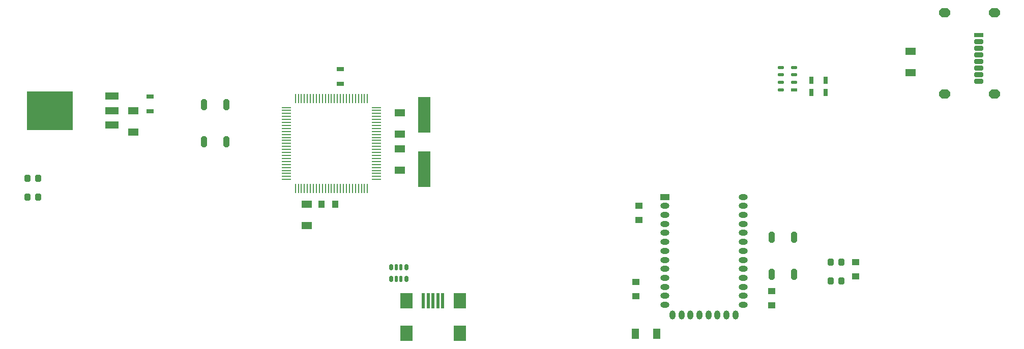
<source format=gtp>
%FSLAX25Y25*%
%MOIN*%
G70*
G01*
G75*
G04 Layer_Color=8421504*
%ADD10R,0.03150X0.04724*%
%ADD11R,0.06693X0.04921*%
G04:AMPARAMS|DCode=12|XSize=70.87mil|YSize=57.09mil|CornerRadius=0mil|HoleSize=0mil|Usage=FLASHONLY|Rotation=180.000|XOffset=0mil|YOffset=0mil|HoleType=Round|Shape=Octagon|*
%AMOCTAGOND12*
4,1,8,-0.03543,0.01427,-0.03543,-0.01427,-0.02116,-0.02854,0.02116,-0.02854,0.03543,-0.01427,0.03543,0.01427,0.02116,0.02854,-0.02116,0.02854,-0.03543,0.01427,0.0*
%
%ADD12OCTAGOND12*%

G04:AMPARAMS|DCode=13|XSize=59.06mil|YSize=31.5mil|CornerRadius=0mil|HoleSize=0mil|Usage=FLASHONLY|Rotation=180.000|XOffset=0mil|YOffset=0mil|HoleType=Round|Shape=Octagon|*
%AMOCTAGOND13*
4,1,8,-0.02953,0.00787,-0.02953,-0.00787,-0.02165,-0.01575,0.02165,-0.01575,0.02953,-0.00787,0.02953,0.00787,0.02165,0.01575,-0.02165,0.01575,-0.02953,0.00787,0.0*
%
%ADD13OCTAGOND13*%

%ADD14R,0.05906X0.03150*%
G04:AMPARAMS|DCode=15|XSize=70.87mil|YSize=43.31mil|CornerRadius=0mil|HoleSize=0mil|Usage=FLASHONLY|Rotation=270.000|XOffset=0mil|YOffset=0mil|HoleType=Round|Shape=Octagon|*
%AMOCTAGOND15*
4,1,8,-0.01083,-0.03543,0.01083,-0.03543,0.02165,-0.02461,0.02165,0.02461,0.01083,0.03543,-0.01083,0.03543,-0.02165,0.02461,-0.02165,-0.02461,-0.01083,-0.03543,0.0*
%
%ADD15OCTAGOND15*%

%ADD16O,0.05906X0.03937*%
%ADD17R,0.05906X0.03937*%
%ADD18O,0.03937X0.05906*%
%ADD19R,0.04921X0.06693*%
%ADD20R,0.05118X0.04134*%
G04:AMPARAMS|DCode=21|XSize=47.24mil|YSize=39.37mil|CornerRadius=0mil|HoleSize=0mil|Usage=FLASHONLY|Rotation=270.000|XOffset=0mil|YOffset=0mil|HoleType=Round|Shape=Octagon|*
%AMOCTAGOND21*
4,1,8,-0.00984,-0.02362,0.00984,-0.02362,0.01969,-0.01378,0.01969,0.01378,0.00984,0.02362,-0.00984,0.02362,-0.01969,0.01378,-0.01969,-0.01378,-0.00984,-0.02362,0.0*
%
%ADD21OCTAGOND21*%

G04:AMPARAMS|DCode=22|XSize=39.37mil|YSize=25.59mil|CornerRadius=0mil|HoleSize=0mil|Usage=FLASHONLY|Rotation=270.000|XOffset=0mil|YOffset=0mil|HoleType=Round|Shape=Octagon|*
%AMOCTAGOND22*
4,1,8,-0.00640,-0.01969,0.00640,-0.01969,0.01280,-0.01329,0.01280,0.01329,0.00640,0.01969,-0.00640,0.01969,-0.01280,0.01329,-0.01280,-0.01329,-0.00640,-0.01969,0.0*
%
%ADD22OCTAGOND22*%

G04:AMPARAMS|DCode=23|XSize=39.37mil|YSize=19.69mil|CornerRadius=0mil|HoleSize=0mil|Usage=FLASHONLY|Rotation=270.000|XOffset=0mil|YOffset=0mil|HoleType=Round|Shape=Octagon|*
%AMOCTAGOND23*
4,1,8,-0.00492,-0.01969,0.00492,-0.01969,0.00984,-0.01476,0.00984,0.01476,0.00492,0.01969,-0.00492,0.01969,-0.00984,0.01476,-0.00984,-0.01476,-0.00492,-0.01969,0.0*
%
%ADD23OCTAGOND23*%

%ADD24R,0.04134X0.05118*%
%ADD25R,0.07874X0.23622*%
%ADD26R,0.09055X0.04685*%
%ADD27R,0.30299X0.25598*%
%ADD28R,0.04724X0.03150*%
%ADD29R,0.01969X0.09843*%
%ADD30R,0.07874X0.09843*%
%ADD31O,0.00984X0.06102*%
%ADD32O,0.06102X0.00984*%
%ADD33O,0.04134X0.02165*%
%ADD34R,0.04134X0.02165*%
%ADD35C,0.02000*%
%ADD36C,0.01000*%
%ADD37C,0.00787*%
%ADD38C,0.03937*%
%ADD39C,0.01732*%
%ADD40C,0.01181*%
%ADD41C,0.01575*%
%ADD42C,0.19685*%
%ADD43R,0.11811X0.11811*%
%ADD44C,0.11811*%
%ADD45R,0.05906X0.05906*%
%ADD46C,0.05906*%
%ADD47R,0.05906X0.05906*%
%ADD48R,0.06890X0.06890*%
%ADD49C,0.06890*%
%ADD50C,0.06496*%
%ADD51C,0.07874*%
%ADD52O,0.09843X0.07874*%
%ADD53R,0.04921X0.04921*%
%ADD54C,0.04921*%
%ADD55R,0.04724X0.04724*%
%ADD56C,0.04724*%
%ADD57C,0.03937*%
%ADD58C,0.08858*%
%ADD59R,0.08858X0.08858*%
%ADD60C,0.15748*%
%ADD61C,0.05000*%
%ADD62C,0.02701*%
G04:AMPARAMS|DCode=63|XSize=39.37mil|YSize=25.59mil|CornerRadius=0mil|HoleSize=0mil|Usage=FLASHONLY|Rotation=180.000|XOffset=0mil|YOffset=0mil|HoleType=Round|Shape=Octagon|*
%AMOCTAGOND63*
4,1,8,-0.01969,0.00640,-0.01969,-0.00640,-0.01329,-0.01280,0.01329,-0.01280,0.01969,-0.00640,0.01969,0.00640,0.01329,0.01280,-0.01329,0.01280,-0.01969,0.00640,0.0*
%
%ADD63OCTAGOND63*%

G04:AMPARAMS|DCode=64|XSize=39.37mil|YSize=19.69mil|CornerRadius=0mil|HoleSize=0mil|Usage=FLASHONLY|Rotation=180.000|XOffset=0mil|YOffset=0mil|HoleType=Round|Shape=Octagon|*
%AMOCTAGOND64*
4,1,8,-0.01969,0.00492,-0.01969,-0.00492,-0.01476,-0.00984,0.01476,-0.00984,0.01969,-0.00492,0.01969,0.00492,0.01476,0.00984,-0.01476,0.00984,-0.01969,0.00492,0.0*
%
%ADD64OCTAGOND64*%

%ADD65R,0.04724X0.09449*%
%ADD66R,0.04724X0.04724*%
%ADD67R,0.07874X0.07874*%
%ADD68R,0.11000X0.15000*%
%ADD69C,0.02362*%
%ADD70C,0.00984*%
%ADD71C,0.00197*%
%ADD72C,0.00394*%
%ADD73C,0.00591*%
D10*
X529331Y168327D02*
D03*
X538780D02*
D03*
X529331Y176327D02*
D03*
X538780D02*
D03*
D11*
X594476Y181563D02*
D03*
Y195539D02*
D03*
X198874Y94988D02*
D03*
Y81012D02*
D03*
X259874Y154988D02*
D03*
Y141012D02*
D03*
Y117512D02*
D03*
Y131488D02*
D03*
X85201Y142512D02*
D03*
Y156488D02*
D03*
D12*
X616559Y220724D02*
D03*
Y167339D02*
D03*
X649236Y220724D02*
D03*
Y167339D02*
D03*
D13*
X639000Y175839D02*
D03*
Y180169D02*
D03*
Y184500D02*
D03*
Y188831D02*
D03*
Y193161D02*
D03*
Y197492D02*
D03*
Y201823D02*
D03*
D14*
Y206154D02*
D03*
D15*
X503433Y49091D02*
D03*
X518000D02*
D03*
X503433Y73500D02*
D03*
X518000D02*
D03*
X146067Y160409D02*
D03*
X131500D02*
D03*
X146067Y136000D02*
D03*
X131500D02*
D03*
D16*
X484787Y29067D02*
D03*
Y34972D02*
D03*
Y40878D02*
D03*
Y46783D02*
D03*
Y52689D02*
D03*
Y58594D02*
D03*
Y64500D02*
D03*
Y70406D02*
D03*
Y76311D02*
D03*
Y82217D02*
D03*
Y88122D02*
D03*
Y94028D02*
D03*
Y99933D02*
D03*
X433213Y29067D02*
D03*
Y34972D02*
D03*
Y40878D02*
D03*
Y46783D02*
D03*
Y52689D02*
D03*
Y58594D02*
D03*
Y64500D02*
D03*
Y70406D02*
D03*
Y76311D02*
D03*
Y82217D02*
D03*
Y88122D02*
D03*
Y94028D02*
D03*
D17*
Y99933D02*
D03*
D18*
X438331Y22571D02*
D03*
X444236D02*
D03*
X450142D02*
D03*
X456047D02*
D03*
X461953D02*
D03*
X467858D02*
D03*
X473764D02*
D03*
X479669D02*
D03*
D19*
X427988Y10000D02*
D03*
X414012D02*
D03*
D20*
X414500Y34874D02*
D03*
Y44126D02*
D03*
X416500Y94126D02*
D03*
Y84874D02*
D03*
X558500Y57126D02*
D03*
Y47874D02*
D03*
X503500Y28874D02*
D03*
Y38126D02*
D03*
D21*
X549043Y57102D02*
D03*
X541957Y44898D02*
D03*
X549043D02*
D03*
X541957Y57102D02*
D03*
X22744Y112102D02*
D03*
X15658Y99898D02*
D03*
X22744D02*
D03*
X15658Y112102D02*
D03*
D22*
X253878Y46008D02*
D03*
X263917D02*
D03*
X253878Y53882D02*
D03*
X263917D02*
D03*
D23*
X257323Y46008D02*
D03*
X260472D02*
D03*
X257323Y53882D02*
D03*
X260472D02*
D03*
D24*
X208248Y95000D02*
D03*
X217500D02*
D03*
D25*
X275874Y118283D02*
D03*
Y153717D02*
D03*
D26*
X71201Y147000D02*
D03*
Y156500D02*
D03*
Y166000D02*
D03*
D27*
X30500Y156500D02*
D03*
D28*
X96201Y165724D02*
D03*
Y156276D02*
D03*
X220874Y174276D02*
D03*
Y183724D02*
D03*
D29*
X287780Y31760D02*
D03*
X284630D02*
D03*
X281480D02*
D03*
X278331D02*
D03*
X275181D02*
D03*
D30*
X299000D02*
D03*
X263961D02*
D03*
X299000Y10500D02*
D03*
X263961D02*
D03*
D31*
X191252Y164626D02*
D03*
X193220D02*
D03*
X195189D02*
D03*
X197157D02*
D03*
X199126D02*
D03*
X201094D02*
D03*
X203063D02*
D03*
X205031D02*
D03*
X207000D02*
D03*
X208968D02*
D03*
X210937D02*
D03*
X212906D02*
D03*
X214874D02*
D03*
X216843D02*
D03*
X218811D02*
D03*
X220780D02*
D03*
X222748D02*
D03*
X224717D02*
D03*
X226685D02*
D03*
X228654D02*
D03*
X230622D02*
D03*
X232591D02*
D03*
X234559D02*
D03*
X236528D02*
D03*
X238496D02*
D03*
Y105374D02*
D03*
X236528D02*
D03*
X234559D02*
D03*
X232591D02*
D03*
X230622D02*
D03*
X228654D02*
D03*
X226685D02*
D03*
X224717D02*
D03*
X222748D02*
D03*
X220780D02*
D03*
X218811D02*
D03*
X216843D02*
D03*
X214874D02*
D03*
X212906D02*
D03*
X210937D02*
D03*
X208968D02*
D03*
X207000D02*
D03*
X205031D02*
D03*
X203063D02*
D03*
X201094D02*
D03*
X199126D02*
D03*
X197157D02*
D03*
X195189D02*
D03*
X193220D02*
D03*
X191252D02*
D03*
D32*
X244500Y158622D02*
D03*
Y156654D02*
D03*
Y154685D02*
D03*
Y152717D02*
D03*
Y150748D02*
D03*
Y148780D02*
D03*
Y146811D02*
D03*
Y144843D02*
D03*
Y142874D02*
D03*
Y140906D02*
D03*
Y138937D02*
D03*
Y136969D02*
D03*
Y135000D02*
D03*
Y133032D02*
D03*
Y131063D02*
D03*
Y129094D02*
D03*
Y127126D02*
D03*
Y125157D02*
D03*
Y123189D02*
D03*
Y121220D02*
D03*
Y119252D02*
D03*
Y117283D02*
D03*
Y115315D02*
D03*
Y113346D02*
D03*
Y111378D02*
D03*
X185248D02*
D03*
Y113346D02*
D03*
Y115315D02*
D03*
Y117283D02*
D03*
Y119252D02*
D03*
Y121220D02*
D03*
Y123189D02*
D03*
Y125157D02*
D03*
Y127126D02*
D03*
Y129094D02*
D03*
Y131063D02*
D03*
Y133032D02*
D03*
Y135000D02*
D03*
Y136969D02*
D03*
Y138937D02*
D03*
Y140906D02*
D03*
Y142874D02*
D03*
Y144843D02*
D03*
Y146811D02*
D03*
Y148780D02*
D03*
Y150748D02*
D03*
Y152717D02*
D03*
Y154685D02*
D03*
Y156654D02*
D03*
Y158622D02*
D03*
D33*
X509535Y184921D02*
D03*
Y180000D02*
D03*
Y175079D02*
D03*
Y170157D02*
D03*
X518000Y184921D02*
D03*
Y180000D02*
D03*
Y175079D02*
D03*
D34*
Y170157D02*
D03*
M02*

</source>
